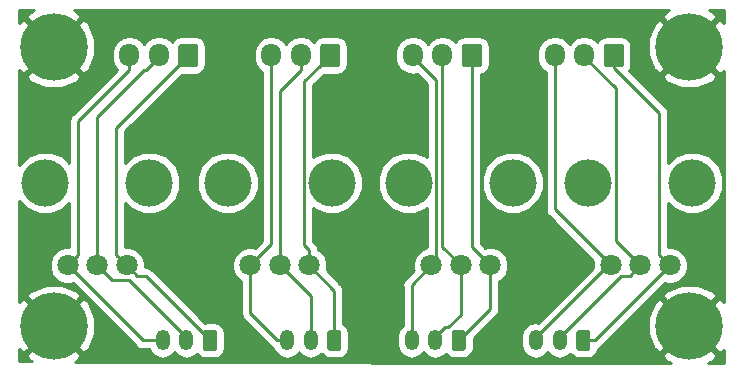
<source format=gbr>
G04 #@! TF.GenerationSoftware,KiCad,Pcbnew,(5.0.1)-rc2*
G04 #@! TF.CreationDate,2019-01-13T21:26:45-05:00*
G04 #@! TF.ProjectId,pot_board,706F745F626F6172642E6B696361645F,rev?*
G04 #@! TF.SameCoordinates,Original*
G04 #@! TF.FileFunction,Copper,L1,Top,Signal*
G04 #@! TF.FilePolarity,Positive*
%FSLAX46Y46*%
G04 Gerber Fmt 4.6, Leading zero omitted, Abs format (unit mm)*
G04 Created by KiCad (PCBNEW (5.0.1)-rc2) date 1/13/2019 9:26:45 PM*
%MOMM*%
%LPD*%
G01*
G04 APERTURE LIST*
G04 #@! TA.AperFunction,ComponentPad*
%ADD10C,5.700000*%
G04 #@! TD*
G04 #@! TA.AperFunction,Conductor*
%ADD11C,0.100000*%
G04 #@! TD*
G04 #@! TA.AperFunction,ComponentPad*
%ADD12C,1.200000*%
G04 #@! TD*
G04 #@! TA.AperFunction,ComponentPad*
%ADD13O,1.200000X1.750000*%
G04 #@! TD*
G04 #@! TA.AperFunction,ComponentPad*
%ADD14C,1.700000*%
G04 #@! TD*
G04 #@! TA.AperFunction,ComponentPad*
%ADD15O,1.700000X1.950000*%
G04 #@! TD*
G04 #@! TA.AperFunction,ComponentPad*
%ADD16C,1.800000*%
G04 #@! TD*
G04 #@! TA.AperFunction,WasherPad*
%ADD17C,4.000000*%
G04 #@! TD*
G04 #@! TA.AperFunction,Conductor*
%ADD18C,0.250000*%
G04 #@! TD*
G04 #@! TA.AperFunction,Conductor*
%ADD19C,0.254000*%
G04 #@! TD*
G04 APERTURE END LIST*
D10*
G04 #@! TO.P,H4,1*
G04 #@! TO.N,GND*
X92430600Y-40665400D03*
G04 #@! TD*
G04 #@! TO.P,H3,1*
G04 #@! TO.N,GND*
X146253200Y-64287400D03*
G04 #@! TD*
G04 #@! TO.P,H2,1*
G04 #@! TO.N,GND*
X92430600Y-64287400D03*
G04 #@! TD*
G04 #@! TO.P,H1,1*
G04 #@! TO.N,GND*
X146253200Y-40665400D03*
G04 #@! TD*
D11*
G04 #@! TO.N,Net-(J1-Pad1)*
G04 #@! TO.C,J1*
G36*
X106038505Y-64658204D02*
X106062773Y-64661804D01*
X106086572Y-64667765D01*
X106109671Y-64676030D01*
X106131850Y-64686520D01*
X106152893Y-64699132D01*
X106172599Y-64713747D01*
X106190777Y-64730223D01*
X106207253Y-64748401D01*
X106221868Y-64768107D01*
X106234480Y-64789150D01*
X106244970Y-64811329D01*
X106253235Y-64834428D01*
X106259196Y-64858227D01*
X106262796Y-64882495D01*
X106264000Y-64906999D01*
X106264000Y-66157001D01*
X106262796Y-66181505D01*
X106259196Y-66205773D01*
X106253235Y-66229572D01*
X106244970Y-66252671D01*
X106234480Y-66274850D01*
X106221868Y-66295893D01*
X106207253Y-66315599D01*
X106190777Y-66333777D01*
X106172599Y-66350253D01*
X106152893Y-66364868D01*
X106131850Y-66377480D01*
X106109671Y-66387970D01*
X106086572Y-66396235D01*
X106062773Y-66402196D01*
X106038505Y-66405796D01*
X106014001Y-66407000D01*
X105313999Y-66407000D01*
X105289495Y-66405796D01*
X105265227Y-66402196D01*
X105241428Y-66396235D01*
X105218329Y-66387970D01*
X105196150Y-66377480D01*
X105175107Y-66364868D01*
X105155401Y-66350253D01*
X105137223Y-66333777D01*
X105120747Y-66315599D01*
X105106132Y-66295893D01*
X105093520Y-66274850D01*
X105083030Y-66252671D01*
X105074765Y-66229572D01*
X105068804Y-66205773D01*
X105065204Y-66181505D01*
X105064000Y-66157001D01*
X105064000Y-64906999D01*
X105065204Y-64882495D01*
X105068804Y-64858227D01*
X105074765Y-64834428D01*
X105083030Y-64811329D01*
X105093520Y-64789150D01*
X105106132Y-64768107D01*
X105120747Y-64748401D01*
X105137223Y-64730223D01*
X105155401Y-64713747D01*
X105175107Y-64699132D01*
X105196150Y-64686520D01*
X105218329Y-64676030D01*
X105241428Y-64667765D01*
X105265227Y-64661804D01*
X105289495Y-64658204D01*
X105313999Y-64657000D01*
X106014001Y-64657000D01*
X106038505Y-64658204D01*
X106038505Y-64658204D01*
G37*
D12*
G04 #@! TD*
G04 #@! TO.P,J1,1*
G04 #@! TO.N,Net-(J1-Pad1)*
X105664000Y-65532000D03*
D13*
G04 #@! TO.P,J1,2*
G04 #@! TO.N,Net-(J1-Pad2)*
X103664000Y-65532000D03*
G04 #@! TO.P,J1,3*
G04 #@! TO.N,Net-(J1-Pad3)*
X101664000Y-65532000D03*
G04 #@! TD*
D11*
G04 #@! TO.N,Net-(J1-Pad1)*
G04 #@! TO.C,J2*
G36*
X104459704Y-40428204D02*
X104483973Y-40431804D01*
X104507771Y-40437765D01*
X104530871Y-40446030D01*
X104553049Y-40456520D01*
X104574093Y-40469133D01*
X104593798Y-40483747D01*
X104611977Y-40500223D01*
X104628453Y-40518402D01*
X104643067Y-40538107D01*
X104655680Y-40559151D01*
X104666170Y-40581329D01*
X104674435Y-40604429D01*
X104680396Y-40628227D01*
X104683996Y-40652496D01*
X104685200Y-40677000D01*
X104685200Y-42127000D01*
X104683996Y-42151504D01*
X104680396Y-42175773D01*
X104674435Y-42199571D01*
X104666170Y-42222671D01*
X104655680Y-42244849D01*
X104643067Y-42265893D01*
X104628453Y-42285598D01*
X104611977Y-42303777D01*
X104593798Y-42320253D01*
X104574093Y-42334867D01*
X104553049Y-42347480D01*
X104530871Y-42357970D01*
X104507771Y-42366235D01*
X104483973Y-42372196D01*
X104459704Y-42375796D01*
X104435200Y-42377000D01*
X103235200Y-42377000D01*
X103210696Y-42375796D01*
X103186427Y-42372196D01*
X103162629Y-42366235D01*
X103139529Y-42357970D01*
X103117351Y-42347480D01*
X103096307Y-42334867D01*
X103076602Y-42320253D01*
X103058423Y-42303777D01*
X103041947Y-42285598D01*
X103027333Y-42265893D01*
X103014720Y-42244849D01*
X103004230Y-42222671D01*
X102995965Y-42199571D01*
X102990004Y-42175773D01*
X102986404Y-42151504D01*
X102985200Y-42127000D01*
X102985200Y-40677000D01*
X102986404Y-40652496D01*
X102990004Y-40628227D01*
X102995965Y-40604429D01*
X103004230Y-40581329D01*
X103014720Y-40559151D01*
X103027333Y-40538107D01*
X103041947Y-40518402D01*
X103058423Y-40500223D01*
X103076602Y-40483747D01*
X103096307Y-40469133D01*
X103117351Y-40456520D01*
X103139529Y-40446030D01*
X103162629Y-40437765D01*
X103186427Y-40431804D01*
X103210696Y-40428204D01*
X103235200Y-40427000D01*
X104435200Y-40427000D01*
X104459704Y-40428204D01*
X104459704Y-40428204D01*
G37*
D14*
G04 #@! TD*
G04 #@! TO.P,J2,1*
G04 #@! TO.N,Net-(J1-Pad1)*
X103835200Y-41402000D03*
D15*
G04 #@! TO.P,J2,2*
G04 #@! TO.N,Net-(J1-Pad2)*
X101335200Y-41402000D03*
G04 #@! TO.P,J2,3*
G04 #@! TO.N,Net-(J1-Pad3)*
X98835200Y-41402000D03*
G04 #@! TD*
D11*
G04 #@! TO.N,Net-(J3-Pad1)*
G04 #@! TO.C,J3*
G36*
X116571038Y-64658204D02*
X116595306Y-64661804D01*
X116619105Y-64667765D01*
X116642204Y-64676030D01*
X116664383Y-64686520D01*
X116685426Y-64699132D01*
X116705132Y-64713747D01*
X116723310Y-64730223D01*
X116739786Y-64748401D01*
X116754401Y-64768107D01*
X116767013Y-64789150D01*
X116777503Y-64811329D01*
X116785768Y-64834428D01*
X116791729Y-64858227D01*
X116795329Y-64882495D01*
X116796533Y-64906999D01*
X116796533Y-66157001D01*
X116795329Y-66181505D01*
X116791729Y-66205773D01*
X116785768Y-66229572D01*
X116777503Y-66252671D01*
X116767013Y-66274850D01*
X116754401Y-66295893D01*
X116739786Y-66315599D01*
X116723310Y-66333777D01*
X116705132Y-66350253D01*
X116685426Y-66364868D01*
X116664383Y-66377480D01*
X116642204Y-66387970D01*
X116619105Y-66396235D01*
X116595306Y-66402196D01*
X116571038Y-66405796D01*
X116546534Y-66407000D01*
X115846532Y-66407000D01*
X115822028Y-66405796D01*
X115797760Y-66402196D01*
X115773961Y-66396235D01*
X115750862Y-66387970D01*
X115728683Y-66377480D01*
X115707640Y-66364868D01*
X115687934Y-66350253D01*
X115669756Y-66333777D01*
X115653280Y-66315599D01*
X115638665Y-66295893D01*
X115626053Y-66274850D01*
X115615563Y-66252671D01*
X115607298Y-66229572D01*
X115601337Y-66205773D01*
X115597737Y-66181505D01*
X115596533Y-66157001D01*
X115596533Y-64906999D01*
X115597737Y-64882495D01*
X115601337Y-64858227D01*
X115607298Y-64834428D01*
X115615563Y-64811329D01*
X115626053Y-64789150D01*
X115638665Y-64768107D01*
X115653280Y-64748401D01*
X115669756Y-64730223D01*
X115687934Y-64713747D01*
X115707640Y-64699132D01*
X115728683Y-64686520D01*
X115750862Y-64676030D01*
X115773961Y-64667765D01*
X115797760Y-64661804D01*
X115822028Y-64658204D01*
X115846532Y-64657000D01*
X116546534Y-64657000D01*
X116571038Y-64658204D01*
X116571038Y-64658204D01*
G37*
D12*
G04 #@! TD*
G04 #@! TO.P,J3,1*
G04 #@! TO.N,Net-(J3-Pad1)*
X116196533Y-65532000D03*
D13*
G04 #@! TO.P,J3,2*
G04 #@! TO.N,Net-(J3-Pad2)*
X114196533Y-65532000D03*
G04 #@! TO.P,J3,3*
G04 #@! TO.N,Net-(J3-Pad3)*
X112196533Y-65532000D03*
G04 #@! TD*
D11*
G04 #@! TO.N,Net-(J3-Pad1)*
G04 #@! TO.C,J4*
G36*
X116465437Y-40428204D02*
X116489706Y-40431804D01*
X116513504Y-40437765D01*
X116536604Y-40446030D01*
X116558782Y-40456520D01*
X116579826Y-40469133D01*
X116599531Y-40483747D01*
X116617710Y-40500223D01*
X116634186Y-40518402D01*
X116648800Y-40538107D01*
X116661413Y-40559151D01*
X116671903Y-40581329D01*
X116680168Y-40604429D01*
X116686129Y-40628227D01*
X116689729Y-40652496D01*
X116690933Y-40677000D01*
X116690933Y-42127000D01*
X116689729Y-42151504D01*
X116686129Y-42175773D01*
X116680168Y-42199571D01*
X116671903Y-42222671D01*
X116661413Y-42244849D01*
X116648800Y-42265893D01*
X116634186Y-42285598D01*
X116617710Y-42303777D01*
X116599531Y-42320253D01*
X116579826Y-42334867D01*
X116558782Y-42347480D01*
X116536604Y-42357970D01*
X116513504Y-42366235D01*
X116489706Y-42372196D01*
X116465437Y-42375796D01*
X116440933Y-42377000D01*
X115240933Y-42377000D01*
X115216429Y-42375796D01*
X115192160Y-42372196D01*
X115168362Y-42366235D01*
X115145262Y-42357970D01*
X115123084Y-42347480D01*
X115102040Y-42334867D01*
X115082335Y-42320253D01*
X115064156Y-42303777D01*
X115047680Y-42285598D01*
X115033066Y-42265893D01*
X115020453Y-42244849D01*
X115009963Y-42222671D01*
X115001698Y-42199571D01*
X114995737Y-42175773D01*
X114992137Y-42151504D01*
X114990933Y-42127000D01*
X114990933Y-40677000D01*
X114992137Y-40652496D01*
X114995737Y-40628227D01*
X115001698Y-40604429D01*
X115009963Y-40581329D01*
X115020453Y-40559151D01*
X115033066Y-40538107D01*
X115047680Y-40518402D01*
X115064156Y-40500223D01*
X115082335Y-40483747D01*
X115102040Y-40469133D01*
X115123084Y-40456520D01*
X115145262Y-40446030D01*
X115168362Y-40437765D01*
X115192160Y-40431804D01*
X115216429Y-40428204D01*
X115240933Y-40427000D01*
X116440933Y-40427000D01*
X116465437Y-40428204D01*
X116465437Y-40428204D01*
G37*
D14*
G04 #@! TD*
G04 #@! TO.P,J4,1*
G04 #@! TO.N,Net-(J3-Pad1)*
X115840933Y-41402000D03*
D15*
G04 #@! TO.P,J4,2*
G04 #@! TO.N,Net-(J3-Pad2)*
X113340933Y-41402000D03*
G04 #@! TO.P,J4,3*
G04 #@! TO.N,Net-(J3-Pad3)*
X110840933Y-41402000D03*
G04 #@! TD*
D13*
G04 #@! TO.P,J5,3*
G04 #@! TO.N,Net-(J5-Pad3)*
X122729066Y-65532000D03*
G04 #@! TO.P,J5,2*
G04 #@! TO.N,Net-(J5-Pad2)*
X124729066Y-65532000D03*
D11*
G04 #@! TD*
G04 #@! TO.N,Net-(J5-Pad1)*
G04 #@! TO.C,J5*
G36*
X127103571Y-64658204D02*
X127127839Y-64661804D01*
X127151638Y-64667765D01*
X127174737Y-64676030D01*
X127196916Y-64686520D01*
X127217959Y-64699132D01*
X127237665Y-64713747D01*
X127255843Y-64730223D01*
X127272319Y-64748401D01*
X127286934Y-64768107D01*
X127299546Y-64789150D01*
X127310036Y-64811329D01*
X127318301Y-64834428D01*
X127324262Y-64858227D01*
X127327862Y-64882495D01*
X127329066Y-64906999D01*
X127329066Y-66157001D01*
X127327862Y-66181505D01*
X127324262Y-66205773D01*
X127318301Y-66229572D01*
X127310036Y-66252671D01*
X127299546Y-66274850D01*
X127286934Y-66295893D01*
X127272319Y-66315599D01*
X127255843Y-66333777D01*
X127237665Y-66350253D01*
X127217959Y-66364868D01*
X127196916Y-66377480D01*
X127174737Y-66387970D01*
X127151638Y-66396235D01*
X127127839Y-66402196D01*
X127103571Y-66405796D01*
X127079067Y-66407000D01*
X126379065Y-66407000D01*
X126354561Y-66405796D01*
X126330293Y-66402196D01*
X126306494Y-66396235D01*
X126283395Y-66387970D01*
X126261216Y-66377480D01*
X126240173Y-66364868D01*
X126220467Y-66350253D01*
X126202289Y-66333777D01*
X126185813Y-66315599D01*
X126171198Y-66295893D01*
X126158586Y-66274850D01*
X126148096Y-66252671D01*
X126139831Y-66229572D01*
X126133870Y-66205773D01*
X126130270Y-66181505D01*
X126129066Y-66157001D01*
X126129066Y-64906999D01*
X126130270Y-64882495D01*
X126133870Y-64858227D01*
X126139831Y-64834428D01*
X126148096Y-64811329D01*
X126158586Y-64789150D01*
X126171198Y-64768107D01*
X126185813Y-64748401D01*
X126202289Y-64730223D01*
X126220467Y-64713747D01*
X126240173Y-64699132D01*
X126261216Y-64686520D01*
X126283395Y-64676030D01*
X126306494Y-64667765D01*
X126330293Y-64661804D01*
X126354561Y-64658204D01*
X126379065Y-64657000D01*
X127079067Y-64657000D01*
X127103571Y-64658204D01*
X127103571Y-64658204D01*
G37*
D12*
G04 #@! TO.P,J5,1*
G04 #@! TO.N,Net-(J5-Pad1)*
X126729066Y-65532000D03*
G04 #@! TD*
D15*
G04 #@! TO.P,J6,3*
G04 #@! TO.N,Net-(J5-Pad3)*
X122846666Y-41402000D03*
G04 #@! TO.P,J6,2*
G04 #@! TO.N,Net-(J5-Pad2)*
X125346666Y-41402000D03*
D11*
G04 #@! TD*
G04 #@! TO.N,Net-(J5-Pad1)*
G04 #@! TO.C,J6*
G36*
X128471170Y-40428204D02*
X128495439Y-40431804D01*
X128519237Y-40437765D01*
X128542337Y-40446030D01*
X128564515Y-40456520D01*
X128585559Y-40469133D01*
X128605264Y-40483747D01*
X128623443Y-40500223D01*
X128639919Y-40518402D01*
X128654533Y-40538107D01*
X128667146Y-40559151D01*
X128677636Y-40581329D01*
X128685901Y-40604429D01*
X128691862Y-40628227D01*
X128695462Y-40652496D01*
X128696666Y-40677000D01*
X128696666Y-42127000D01*
X128695462Y-42151504D01*
X128691862Y-42175773D01*
X128685901Y-42199571D01*
X128677636Y-42222671D01*
X128667146Y-42244849D01*
X128654533Y-42265893D01*
X128639919Y-42285598D01*
X128623443Y-42303777D01*
X128605264Y-42320253D01*
X128585559Y-42334867D01*
X128564515Y-42347480D01*
X128542337Y-42357970D01*
X128519237Y-42366235D01*
X128495439Y-42372196D01*
X128471170Y-42375796D01*
X128446666Y-42377000D01*
X127246666Y-42377000D01*
X127222162Y-42375796D01*
X127197893Y-42372196D01*
X127174095Y-42366235D01*
X127150995Y-42357970D01*
X127128817Y-42347480D01*
X127107773Y-42334867D01*
X127088068Y-42320253D01*
X127069889Y-42303777D01*
X127053413Y-42285598D01*
X127038799Y-42265893D01*
X127026186Y-42244849D01*
X127015696Y-42222671D01*
X127007431Y-42199571D01*
X127001470Y-42175773D01*
X126997870Y-42151504D01*
X126996666Y-42127000D01*
X126996666Y-40677000D01*
X126997870Y-40652496D01*
X127001470Y-40628227D01*
X127007431Y-40604429D01*
X127015696Y-40581329D01*
X127026186Y-40559151D01*
X127038799Y-40538107D01*
X127053413Y-40518402D01*
X127069889Y-40500223D01*
X127088068Y-40483747D01*
X127107773Y-40469133D01*
X127128817Y-40456520D01*
X127150995Y-40446030D01*
X127174095Y-40437765D01*
X127197893Y-40431804D01*
X127222162Y-40428204D01*
X127246666Y-40427000D01*
X128446666Y-40427000D01*
X128471170Y-40428204D01*
X128471170Y-40428204D01*
G37*
D14*
G04 #@! TO.P,J6,1*
G04 #@! TO.N,Net-(J5-Pad1)*
X127846666Y-41402000D03*
G04 #@! TD*
D13*
G04 #@! TO.P,J7,3*
G04 #@! TO.N,Net-(J7-Pad3)*
X133261600Y-65532000D03*
G04 #@! TO.P,J7,2*
G04 #@! TO.N,Net-(J7-Pad2)*
X135261600Y-65532000D03*
D11*
G04 #@! TD*
G04 #@! TO.N,Net-(J7-Pad1)*
G04 #@! TO.C,J7*
G36*
X137636105Y-64658204D02*
X137660373Y-64661804D01*
X137684172Y-64667765D01*
X137707271Y-64676030D01*
X137729450Y-64686520D01*
X137750493Y-64699132D01*
X137770199Y-64713747D01*
X137788377Y-64730223D01*
X137804853Y-64748401D01*
X137819468Y-64768107D01*
X137832080Y-64789150D01*
X137842570Y-64811329D01*
X137850835Y-64834428D01*
X137856796Y-64858227D01*
X137860396Y-64882495D01*
X137861600Y-64906999D01*
X137861600Y-66157001D01*
X137860396Y-66181505D01*
X137856796Y-66205773D01*
X137850835Y-66229572D01*
X137842570Y-66252671D01*
X137832080Y-66274850D01*
X137819468Y-66295893D01*
X137804853Y-66315599D01*
X137788377Y-66333777D01*
X137770199Y-66350253D01*
X137750493Y-66364868D01*
X137729450Y-66377480D01*
X137707271Y-66387970D01*
X137684172Y-66396235D01*
X137660373Y-66402196D01*
X137636105Y-66405796D01*
X137611601Y-66407000D01*
X136911599Y-66407000D01*
X136887095Y-66405796D01*
X136862827Y-66402196D01*
X136839028Y-66396235D01*
X136815929Y-66387970D01*
X136793750Y-66377480D01*
X136772707Y-66364868D01*
X136753001Y-66350253D01*
X136734823Y-66333777D01*
X136718347Y-66315599D01*
X136703732Y-66295893D01*
X136691120Y-66274850D01*
X136680630Y-66252671D01*
X136672365Y-66229572D01*
X136666404Y-66205773D01*
X136662804Y-66181505D01*
X136661600Y-66157001D01*
X136661600Y-64906999D01*
X136662804Y-64882495D01*
X136666404Y-64858227D01*
X136672365Y-64834428D01*
X136680630Y-64811329D01*
X136691120Y-64789150D01*
X136703732Y-64768107D01*
X136718347Y-64748401D01*
X136734823Y-64730223D01*
X136753001Y-64713747D01*
X136772707Y-64699132D01*
X136793750Y-64686520D01*
X136815929Y-64676030D01*
X136839028Y-64667765D01*
X136862827Y-64661804D01*
X136887095Y-64658204D01*
X136911599Y-64657000D01*
X137611601Y-64657000D01*
X137636105Y-64658204D01*
X137636105Y-64658204D01*
G37*
D12*
G04 #@! TO.P,J7,1*
G04 #@! TO.N,Net-(J7-Pad1)*
X137261600Y-65532000D03*
G04 #@! TD*
D15*
G04 #@! TO.P,J8,3*
G04 #@! TO.N,Net-(J7-Pad3)*
X134852400Y-41402000D03*
G04 #@! TO.P,J8,2*
G04 #@! TO.N,Net-(J7-Pad2)*
X137352400Y-41402000D03*
D11*
G04 #@! TD*
G04 #@! TO.N,Net-(J7-Pad1)*
G04 #@! TO.C,J8*
G36*
X140476904Y-40428204D02*
X140501173Y-40431804D01*
X140524971Y-40437765D01*
X140548071Y-40446030D01*
X140570249Y-40456520D01*
X140591293Y-40469133D01*
X140610998Y-40483747D01*
X140629177Y-40500223D01*
X140645653Y-40518402D01*
X140660267Y-40538107D01*
X140672880Y-40559151D01*
X140683370Y-40581329D01*
X140691635Y-40604429D01*
X140697596Y-40628227D01*
X140701196Y-40652496D01*
X140702400Y-40677000D01*
X140702400Y-42127000D01*
X140701196Y-42151504D01*
X140697596Y-42175773D01*
X140691635Y-42199571D01*
X140683370Y-42222671D01*
X140672880Y-42244849D01*
X140660267Y-42265893D01*
X140645653Y-42285598D01*
X140629177Y-42303777D01*
X140610998Y-42320253D01*
X140591293Y-42334867D01*
X140570249Y-42347480D01*
X140548071Y-42357970D01*
X140524971Y-42366235D01*
X140501173Y-42372196D01*
X140476904Y-42375796D01*
X140452400Y-42377000D01*
X139252400Y-42377000D01*
X139227896Y-42375796D01*
X139203627Y-42372196D01*
X139179829Y-42366235D01*
X139156729Y-42357970D01*
X139134551Y-42347480D01*
X139113507Y-42334867D01*
X139093802Y-42320253D01*
X139075623Y-42303777D01*
X139059147Y-42285598D01*
X139044533Y-42265893D01*
X139031920Y-42244849D01*
X139021430Y-42222671D01*
X139013165Y-42199571D01*
X139007204Y-42175773D01*
X139003604Y-42151504D01*
X139002400Y-42127000D01*
X139002400Y-40677000D01*
X139003604Y-40652496D01*
X139007204Y-40628227D01*
X139013165Y-40604429D01*
X139021430Y-40581329D01*
X139031920Y-40559151D01*
X139044533Y-40538107D01*
X139059147Y-40518402D01*
X139075623Y-40500223D01*
X139093802Y-40483747D01*
X139113507Y-40469133D01*
X139134551Y-40456520D01*
X139156729Y-40446030D01*
X139179829Y-40437765D01*
X139203627Y-40431804D01*
X139227896Y-40428204D01*
X139252400Y-40427000D01*
X140452400Y-40427000D01*
X140476904Y-40428204D01*
X140476904Y-40428204D01*
G37*
D14*
G04 #@! TO.P,J8,1*
G04 #@! TO.N,Net-(J7-Pad1)*
X139852400Y-41402000D03*
G04 #@! TD*
D16*
G04 #@! TO.P,RV1,3*
G04 #@! TO.N,Net-(J1-Pad3)*
X93615500Y-59182000D03*
G04 #@! TO.P,RV1,2*
G04 #@! TO.N,Net-(J1-Pad2)*
X96115500Y-59182000D03*
G04 #@! TO.P,RV1,1*
G04 #@! TO.N,Net-(J1-Pad1)*
X98615500Y-59182000D03*
D17*
G04 #@! TO.P,RV1,*
G04 #@! TO.N,*
X91715500Y-52182000D03*
X100515500Y-52182000D03*
G04 #@! TD*
D16*
G04 #@! TO.P,RV2,3*
G04 #@! TO.N,Net-(J3-Pad3)*
X109067166Y-59182000D03*
G04 #@! TO.P,RV2,2*
G04 #@! TO.N,Net-(J3-Pad2)*
X111567166Y-59182000D03*
G04 #@! TO.P,RV2,1*
G04 #@! TO.N,Net-(J3-Pad1)*
X114067166Y-59182000D03*
D17*
G04 #@! TO.P,RV2,*
G04 #@! TO.N,*
X107167166Y-52182000D03*
X115967166Y-52182000D03*
G04 #@! TD*
G04 #@! TO.P,RV3,*
G04 #@! TO.N,*
X131291832Y-52182000D03*
X122491832Y-52182000D03*
D16*
G04 #@! TO.P,RV3,1*
G04 #@! TO.N,Net-(J5-Pad1)*
X129391832Y-59182000D03*
G04 #@! TO.P,RV3,2*
G04 #@! TO.N,Net-(J5-Pad2)*
X126891832Y-59182000D03*
G04 #@! TO.P,RV3,3*
G04 #@! TO.N,Net-(J5-Pad3)*
X124391832Y-59182000D03*
G04 #@! TD*
D17*
G04 #@! TO.P,RV4,*
G04 #@! TO.N,*
X146489500Y-52182000D03*
X137689500Y-52182000D03*
D16*
G04 #@! TO.P,RV4,1*
G04 #@! TO.N,Net-(J7-Pad1)*
X144589500Y-59182000D03*
G04 #@! TO.P,RV4,2*
G04 #@! TO.N,Net-(J7-Pad2)*
X142089500Y-59182000D03*
G04 #@! TO.P,RV4,3*
G04 #@! TO.N,Net-(J7-Pad3)*
X139589500Y-59182000D03*
G04 #@! TD*
D18*
G04 #@! TO.N,Net-(J1-Pad1)*
X104993290Y-64861290D02*
X105664000Y-65532000D01*
X100213999Y-60081999D02*
X104993290Y-64861290D01*
X99515499Y-60081999D02*
X100213999Y-60081999D01*
X98615500Y-59182000D02*
X99515499Y-60081999D01*
X102936828Y-42300372D02*
X103835200Y-41402000D01*
X97715501Y-47521699D02*
X102936828Y-42300372D01*
X97715501Y-58282001D02*
X97715501Y-47521699D01*
X98615500Y-59182000D02*
X97715501Y-58282001D01*
G04 #@! TO.N,Net-(J1-Pad2)*
X101335200Y-41527000D02*
X101335200Y-41402000D01*
X100235200Y-42627000D02*
X101335200Y-41527000D01*
X100110200Y-42627000D02*
X100235200Y-42627000D01*
X96115500Y-46621700D02*
X100110200Y-42627000D01*
X96115500Y-59182000D02*
X96115500Y-46621700D01*
X97015499Y-60081999D02*
X96115500Y-59182000D01*
X97340501Y-60407001D02*
X97015499Y-60081999D01*
X98814001Y-60407001D02*
X97340501Y-60407001D01*
X103664000Y-65257000D02*
X98814001Y-60407001D01*
X103664000Y-65532000D02*
X103664000Y-65257000D01*
G04 #@! TO.N,Net-(J1-Pad3)*
X98835200Y-42627000D02*
X98835200Y-41402000D01*
X94515499Y-46946701D02*
X98835200Y-42627000D01*
X94515499Y-58282001D02*
X94515499Y-46946701D01*
X93615500Y-59182000D02*
X94515499Y-58282001D01*
X99965500Y-65532000D02*
X101664000Y-65532000D01*
X93615500Y-59182000D02*
X99965500Y-65532000D01*
G04 #@! TO.N,Net-(J3-Pad1)*
X114942561Y-42300372D02*
X115840933Y-41402000D01*
X113642165Y-43600768D02*
X114942561Y-42300372D01*
X113642165Y-57484207D02*
X113642165Y-43600768D01*
X114067166Y-57909208D02*
X113642165Y-57484207D01*
X114067166Y-59182000D02*
X114067166Y-57909208D01*
X116196533Y-61311367D02*
X116196533Y-65532000D01*
X114067166Y-59182000D02*
X116196533Y-61311367D01*
G04 #@! TO.N,Net-(J3-Pad2)*
X111567166Y-57909208D02*
X111567166Y-59182000D01*
X111567166Y-44400767D02*
X111567166Y-57909208D01*
X113340933Y-42627000D02*
X111567166Y-44400767D01*
X113340933Y-41402000D02*
X113340933Y-42627000D01*
X114196533Y-61811367D02*
X111567166Y-59182000D01*
X114196533Y-65532000D02*
X114196533Y-61811367D01*
G04 #@! TO.N,Net-(J3-Pad3)*
X110840933Y-57408233D02*
X110840933Y-41402000D01*
X109067166Y-59182000D02*
X110840933Y-57408233D01*
X111346533Y-65532000D02*
X112196533Y-65532000D01*
X109067166Y-63252633D02*
X111346533Y-65532000D01*
X109067166Y-59182000D02*
X109067166Y-63252633D01*
G04 #@! TO.N,Net-(J5-Pad3)*
X122846666Y-41527000D02*
X122846666Y-41402000D01*
X124816833Y-43497167D02*
X122846666Y-41527000D01*
X124816833Y-58756999D02*
X124816833Y-43497167D01*
X124391832Y-59182000D02*
X124816833Y-58756999D01*
X122729066Y-60844766D02*
X124391832Y-59182000D01*
X122729066Y-65532000D02*
X122729066Y-60844766D01*
G04 #@! TO.N,Net-(J5-Pad2)*
X125346666Y-57636834D02*
X126891832Y-59182000D01*
X125346666Y-41402000D02*
X125346666Y-57636834D01*
X124729066Y-65257000D02*
X124729066Y-65532000D01*
X125579066Y-64407000D02*
X124729066Y-65257000D01*
X125854066Y-64407000D02*
X125579066Y-64407000D01*
X126891832Y-63369234D02*
X125854066Y-64407000D01*
X126891832Y-59182000D02*
X126891832Y-63369234D01*
G04 #@! TO.N,Net-(J5-Pad1)*
X127846666Y-57636834D02*
X127846666Y-41402000D01*
X129391832Y-59182000D02*
X127846666Y-57636834D01*
X129391832Y-62869234D02*
X129391832Y-59182000D01*
X126729066Y-65532000D02*
X129391832Y-62869234D01*
G04 #@! TO.N,Net-(J7-Pad3)*
X134852400Y-54444900D02*
X139589500Y-59182000D01*
X134852400Y-41402000D02*
X134852400Y-54444900D01*
X139336600Y-59182000D02*
X139589500Y-59182000D01*
X133261600Y-65257000D02*
X139336600Y-59182000D01*
X133261600Y-65532000D02*
X133261600Y-65257000D01*
G04 #@! TO.N,Net-(J7-Pad2)*
X137352400Y-41527000D02*
X137352400Y-41402000D01*
X140014501Y-44189101D02*
X137352400Y-41527000D01*
X140014501Y-57107001D02*
X140014501Y-44189101D01*
X142089500Y-59182000D02*
X140014501Y-57107001D01*
X141189501Y-60081999D02*
X142089500Y-59182000D01*
X140436601Y-60081999D02*
X141189501Y-60081999D01*
X135261600Y-65257000D02*
X140436601Y-60081999D01*
X135261600Y-65532000D02*
X135261600Y-65257000D01*
G04 #@! TO.N,Net-(J7-Pad1)*
X143689501Y-58282001D02*
X144589500Y-59182000D01*
X143689501Y-46314101D02*
X143689501Y-58282001D01*
X139852400Y-42477000D02*
X143689501Y-46314101D01*
X139852400Y-41402000D02*
X139852400Y-42477000D01*
X138239500Y-65532000D02*
X144589500Y-59182000D01*
X137261600Y-65532000D02*
X138239500Y-65532000D01*
G04 #@! TD*
D19*
G04 #@! TO.N,GND*
G36*
X90466920Y-37704028D02*
X90446117Y-37717928D01*
X90121792Y-38176987D01*
X92430600Y-40485795D01*
X94739408Y-38176987D01*
X94415083Y-37717928D01*
X94110243Y-37590400D01*
X144566597Y-37590400D01*
X144289520Y-37704028D01*
X144268717Y-37717928D01*
X143944392Y-38176987D01*
X146253200Y-40485795D01*
X148562008Y-38176987D01*
X148237683Y-37717928D01*
X147932843Y-37590400D01*
X149150400Y-37590400D01*
X149150400Y-38645400D01*
X148741613Y-38356592D01*
X146432805Y-40665400D01*
X148741613Y-42974208D01*
X149150400Y-42685400D01*
X149150401Y-62267400D01*
X148741613Y-61978592D01*
X146432805Y-64287400D01*
X148741613Y-66596208D01*
X149150401Y-66307399D01*
X149150401Y-67411006D01*
X147826701Y-67408783D01*
X148216880Y-67248772D01*
X148237683Y-67234872D01*
X148562008Y-66775813D01*
X146253200Y-64467005D01*
X143944392Y-66775813D01*
X144268717Y-67234872D01*
X144671764Y-67403485D01*
X94223596Y-67318769D01*
X94394280Y-67248772D01*
X94415083Y-67234872D01*
X94739408Y-66775813D01*
X92430600Y-64467005D01*
X90121792Y-66775813D01*
X90446117Y-67234872D01*
X90632246Y-67312738D01*
X89508000Y-67310850D01*
X89508000Y-66289455D01*
X89942187Y-66596208D01*
X92250995Y-64287400D01*
X92610205Y-64287400D01*
X94919013Y-66596208D01*
X95378072Y-66271883D01*
X95913138Y-64992875D01*
X95918019Y-63606464D01*
X95391972Y-62323720D01*
X95378072Y-62302917D01*
X94919013Y-61978592D01*
X92610205Y-64287400D01*
X92250995Y-64287400D01*
X89942187Y-61978592D01*
X89508000Y-62285345D01*
X89508000Y-61798987D01*
X90121792Y-61798987D01*
X92430600Y-64107795D01*
X94739408Y-61798987D01*
X94415083Y-61339928D01*
X93136075Y-60804862D01*
X91749664Y-60799981D01*
X90466920Y-61326028D01*
X90446117Y-61339928D01*
X90121792Y-61798987D01*
X89508000Y-61798987D01*
X89508000Y-53700953D01*
X90222892Y-54415845D01*
X91191366Y-54817000D01*
X92239634Y-54817000D01*
X93208108Y-54415845D01*
X93755499Y-53868454D01*
X93755499Y-57647000D01*
X93310170Y-57647000D01*
X92745993Y-57880690D01*
X92314190Y-58312493D01*
X92080500Y-58876670D01*
X92080500Y-59487330D01*
X92314190Y-60051507D01*
X92745993Y-60483310D01*
X93310170Y-60717000D01*
X93920830Y-60717000D01*
X94030339Y-60671640D01*
X99375171Y-66016473D01*
X99417571Y-66079929D01*
X99668963Y-66247904D01*
X99890648Y-66292000D01*
X99890652Y-66292000D01*
X99965499Y-66306888D01*
X100040346Y-66292000D01*
X100502746Y-66292000D01*
X100773615Y-66697385D01*
X101182127Y-66970344D01*
X101664000Y-67066195D01*
X102145872Y-66970344D01*
X102554385Y-66697385D01*
X102664000Y-66533334D01*
X102773615Y-66697385D01*
X103182127Y-66970344D01*
X103664000Y-67066195D01*
X104145872Y-66970344D01*
X104554385Y-66697385D01*
X104585428Y-66650926D01*
X104679414Y-66791586D01*
X104970564Y-66986127D01*
X105313999Y-67054440D01*
X106014001Y-67054440D01*
X106357436Y-66986127D01*
X106648586Y-66791586D01*
X106843127Y-66500436D01*
X106911440Y-66157001D01*
X106911440Y-64906999D01*
X106843127Y-64563564D01*
X106648586Y-64272414D01*
X106357436Y-64077873D01*
X106014001Y-64009560D01*
X105313999Y-64009560D01*
X105232561Y-64025759D01*
X100804330Y-59597529D01*
X100761928Y-59534070D01*
X100510536Y-59366095D01*
X100288851Y-59321999D01*
X100288846Y-59321999D01*
X100213999Y-59307111D01*
X100150500Y-59319742D01*
X100150500Y-58876670D01*
X107532166Y-58876670D01*
X107532166Y-59487330D01*
X107765856Y-60051507D01*
X108197659Y-60483310D01*
X108307166Y-60528669D01*
X108307167Y-63177781D01*
X108292278Y-63252633D01*
X108351263Y-63549170D01*
X108414709Y-63644123D01*
X108519238Y-63800562D01*
X108582694Y-63842962D01*
X110756204Y-66016473D01*
X110798604Y-66079929D01*
X110862060Y-66122329D01*
X111021215Y-66228673D01*
X111033189Y-66288872D01*
X111306148Y-66697385D01*
X111714660Y-66970344D01*
X112196533Y-67066195D01*
X112678405Y-66970344D01*
X113086918Y-66697385D01*
X113196533Y-66533334D01*
X113306148Y-66697385D01*
X113714660Y-66970344D01*
X114196533Y-67066195D01*
X114678405Y-66970344D01*
X115086918Y-66697385D01*
X115117961Y-66650926D01*
X115211947Y-66791586D01*
X115503097Y-66986127D01*
X115846532Y-67054440D01*
X116546534Y-67054440D01*
X116889969Y-66986127D01*
X117181119Y-66791586D01*
X117375660Y-66500436D01*
X117443973Y-66157001D01*
X117443973Y-64906999D01*
X117375660Y-64563564D01*
X117181119Y-64272414D01*
X116956533Y-64122350D01*
X116956533Y-61386215D01*
X116971421Y-61311367D01*
X116956533Y-61236519D01*
X116956533Y-61236515D01*
X116912437Y-61014830D01*
X116912437Y-61014829D01*
X116786862Y-60826894D01*
X116744462Y-60763438D01*
X116681006Y-60721038D01*
X115556806Y-59596839D01*
X115602166Y-59487330D01*
X115602166Y-58876670D01*
X115368476Y-58312493D01*
X114936673Y-57880690D01*
X114827376Y-57835418D01*
X114827166Y-57834360D01*
X114827166Y-57834356D01*
X114783070Y-57612671D01*
X114615095Y-57361279D01*
X114551636Y-57318877D01*
X114402165Y-57169406D01*
X114402165Y-54343452D01*
X114474558Y-54415845D01*
X115443032Y-54817000D01*
X116491300Y-54817000D01*
X117459774Y-54415845D01*
X118201011Y-53674608D01*
X118602166Y-52706134D01*
X118602166Y-51657866D01*
X119856832Y-51657866D01*
X119856832Y-52706134D01*
X120257987Y-53674608D01*
X120999224Y-54415845D01*
X121967698Y-54817000D01*
X123015966Y-54817000D01*
X123984440Y-54415845D01*
X124056833Y-54343452D01*
X124056833Y-57659289D01*
X123522325Y-57880690D01*
X123090522Y-58312493D01*
X122856832Y-58876670D01*
X122856832Y-59487330D01*
X122902192Y-59596839D01*
X122244594Y-60254437D01*
X122181138Y-60296837D01*
X122138738Y-60360293D01*
X122138737Y-60360294D01*
X122013163Y-60548229D01*
X121954178Y-60844766D01*
X121969067Y-60919618D01*
X121969066Y-64279495D01*
X121838682Y-64366615D01*
X121565722Y-64775127D01*
X121494066Y-65135364D01*
X121494066Y-65928635D01*
X121565722Y-66288872D01*
X121838681Y-66697385D01*
X122247193Y-66970344D01*
X122729066Y-67066195D01*
X123210938Y-66970344D01*
X123619451Y-66697385D01*
X123729066Y-66533334D01*
X123838681Y-66697385D01*
X124247193Y-66970344D01*
X124729066Y-67066195D01*
X125210938Y-66970344D01*
X125619451Y-66697385D01*
X125650494Y-66650926D01*
X125744480Y-66791586D01*
X126035630Y-66986127D01*
X126379065Y-67054440D01*
X127079067Y-67054440D01*
X127422502Y-66986127D01*
X127713652Y-66791586D01*
X127908193Y-66500436D01*
X127976506Y-66157001D01*
X127976506Y-65359361D01*
X128200503Y-65135364D01*
X132026600Y-65135364D01*
X132026600Y-65928635D01*
X132098256Y-66288872D01*
X132371215Y-66697385D01*
X132779727Y-66970344D01*
X133261600Y-67066195D01*
X133743472Y-66970344D01*
X134151985Y-66697385D01*
X134261600Y-66533334D01*
X134371215Y-66697385D01*
X134779727Y-66970344D01*
X135261600Y-67066195D01*
X135743472Y-66970344D01*
X136151985Y-66697385D01*
X136183028Y-66650926D01*
X136277014Y-66791586D01*
X136568164Y-66986127D01*
X136911599Y-67054440D01*
X137611601Y-67054440D01*
X137955036Y-66986127D01*
X138246186Y-66791586D01*
X138440727Y-66500436D01*
X138489101Y-66257240D01*
X138536037Y-66247904D01*
X138787429Y-66079929D01*
X138829831Y-66016470D01*
X139877965Y-64968336D01*
X142765781Y-64968336D01*
X143291828Y-66251080D01*
X143305728Y-66271883D01*
X143764787Y-66596208D01*
X146073595Y-64287400D01*
X143764787Y-61978592D01*
X143305728Y-62302917D01*
X142770662Y-63581925D01*
X142765781Y-64968336D01*
X139877965Y-64968336D01*
X143047314Y-61798987D01*
X143944392Y-61798987D01*
X146253200Y-64107795D01*
X148562008Y-61798987D01*
X148237683Y-61339928D01*
X146958675Y-60804862D01*
X145572264Y-60799981D01*
X144289520Y-61326028D01*
X144268717Y-61339928D01*
X143944392Y-61798987D01*
X143047314Y-61798987D01*
X144174662Y-60671640D01*
X144284170Y-60717000D01*
X144894830Y-60717000D01*
X145459007Y-60483310D01*
X145890810Y-60051507D01*
X146124500Y-59487330D01*
X146124500Y-58876670D01*
X145890810Y-58312493D01*
X145459007Y-57880690D01*
X144894830Y-57647000D01*
X144449501Y-57647000D01*
X144449501Y-53868454D01*
X144996892Y-54415845D01*
X145965366Y-54817000D01*
X147013634Y-54817000D01*
X147982108Y-54415845D01*
X148723345Y-53674608D01*
X149124500Y-52706134D01*
X149124500Y-51657866D01*
X148723345Y-50689392D01*
X147982108Y-49948155D01*
X147013634Y-49547000D01*
X145965366Y-49547000D01*
X144996892Y-49948155D01*
X144449501Y-50495546D01*
X144449501Y-46388947D01*
X144464389Y-46314100D01*
X144449501Y-46239253D01*
X144449501Y-46239249D01*
X144405405Y-46017564D01*
X144237430Y-45766172D01*
X144173974Y-45723772D01*
X141604015Y-43153813D01*
X143944392Y-43153813D01*
X144268717Y-43612872D01*
X145547725Y-44147938D01*
X146934136Y-44152819D01*
X148216880Y-43626772D01*
X148237683Y-43612872D01*
X148562008Y-43153813D01*
X146253200Y-40845005D01*
X143944392Y-43153813D01*
X141604015Y-43153813D01*
X141136974Y-42686773D01*
X141281526Y-42470435D01*
X141349840Y-42127000D01*
X141349840Y-41346336D01*
X142765781Y-41346336D01*
X143291828Y-42629080D01*
X143305728Y-42649883D01*
X143764787Y-42974208D01*
X146073595Y-40665400D01*
X143764787Y-38356592D01*
X143305728Y-38680917D01*
X142770662Y-39959925D01*
X142765781Y-41346336D01*
X141349840Y-41346336D01*
X141349840Y-40677000D01*
X141281526Y-40333565D01*
X141086986Y-40042414D01*
X140795835Y-39847874D01*
X140452400Y-39779560D01*
X139252400Y-39779560D01*
X138908965Y-39847874D01*
X138617814Y-40042414D01*
X138465642Y-40270156D01*
X138423025Y-40206375D01*
X137931818Y-39878161D01*
X137352400Y-39762908D01*
X136772983Y-39878161D01*
X136281775Y-40206375D01*
X136102400Y-40474829D01*
X135923025Y-40206375D01*
X135431818Y-39878161D01*
X134852400Y-39762908D01*
X134272983Y-39878161D01*
X133781775Y-40206375D01*
X133453561Y-40697582D01*
X133367400Y-41130744D01*
X133367400Y-41673255D01*
X133453561Y-42106417D01*
X133781775Y-42597625D01*
X134092400Y-42805178D01*
X134092401Y-54370048D01*
X134077512Y-54444900D01*
X134092401Y-54519752D01*
X134136497Y-54741437D01*
X134304472Y-54992829D01*
X134367928Y-55035229D01*
X138099860Y-58767162D01*
X138054500Y-58876670D01*
X138054500Y-59389297D01*
X133415401Y-64028398D01*
X133261600Y-63997805D01*
X132779728Y-64093656D01*
X132371216Y-64366615D01*
X132098256Y-64775127D01*
X132026600Y-65135364D01*
X128200503Y-65135364D01*
X129876305Y-63459563D01*
X129939761Y-63417163D01*
X130049697Y-63252633D01*
X130107736Y-63165772D01*
X130117312Y-63117629D01*
X130151832Y-62944086D01*
X130151832Y-62944082D01*
X130166720Y-62869234D01*
X130151832Y-62794386D01*
X130151832Y-60528669D01*
X130261339Y-60483310D01*
X130693142Y-60051507D01*
X130926832Y-59487330D01*
X130926832Y-58876670D01*
X130693142Y-58312493D01*
X130261339Y-57880690D01*
X129697162Y-57647000D01*
X129086502Y-57647000D01*
X128976993Y-57692360D01*
X128606666Y-57322033D01*
X128606666Y-51657866D01*
X128656832Y-51657866D01*
X128656832Y-52706134D01*
X129057987Y-53674608D01*
X129799224Y-54415845D01*
X130767698Y-54817000D01*
X131815966Y-54817000D01*
X132784440Y-54415845D01*
X133525677Y-53674608D01*
X133926832Y-52706134D01*
X133926832Y-51657866D01*
X133525677Y-50689392D01*
X132784440Y-49948155D01*
X131815966Y-49547000D01*
X130767698Y-49547000D01*
X129799224Y-49948155D01*
X129057987Y-50689392D01*
X128656832Y-51657866D01*
X128606666Y-51657866D01*
X128606666Y-42992614D01*
X128790101Y-42956126D01*
X129081252Y-42761586D01*
X129275792Y-42470435D01*
X129344106Y-42127000D01*
X129344106Y-40677000D01*
X129275792Y-40333565D01*
X129081252Y-40042414D01*
X128790101Y-39847874D01*
X128446666Y-39779560D01*
X127246666Y-39779560D01*
X126903231Y-39847874D01*
X126612080Y-40042414D01*
X126459908Y-40270156D01*
X126417291Y-40206375D01*
X125926084Y-39878161D01*
X125346666Y-39762908D01*
X124767249Y-39878161D01*
X124276041Y-40206375D01*
X124096666Y-40474829D01*
X123917291Y-40206375D01*
X123426084Y-39878161D01*
X122846666Y-39762908D01*
X122267249Y-39878161D01*
X121776041Y-40206375D01*
X121447827Y-40697582D01*
X121361666Y-41130744D01*
X121361666Y-41673255D01*
X121447827Y-42106417D01*
X121776041Y-42597625D01*
X122267248Y-42925839D01*
X122846666Y-43041092D01*
X123213074Y-42968209D01*
X124056834Y-43811970D01*
X124056834Y-50020549D01*
X123984440Y-49948155D01*
X123015966Y-49547000D01*
X121967698Y-49547000D01*
X120999224Y-49948155D01*
X120257987Y-50689392D01*
X119856832Y-51657866D01*
X118602166Y-51657866D01*
X118201011Y-50689392D01*
X117459774Y-49948155D01*
X116491300Y-49547000D01*
X115443032Y-49547000D01*
X114474558Y-49948155D01*
X114402165Y-50020548D01*
X114402165Y-43915569D01*
X115293295Y-43024440D01*
X116440933Y-43024440D01*
X116784368Y-42956126D01*
X117075519Y-42761586D01*
X117270059Y-42470435D01*
X117338373Y-42127000D01*
X117338373Y-40677000D01*
X117270059Y-40333565D01*
X117075519Y-40042414D01*
X116784368Y-39847874D01*
X116440933Y-39779560D01*
X115240933Y-39779560D01*
X114897498Y-39847874D01*
X114606347Y-40042414D01*
X114454175Y-40270156D01*
X114411558Y-40206375D01*
X113920351Y-39878161D01*
X113340933Y-39762908D01*
X112761516Y-39878161D01*
X112270308Y-40206375D01*
X112090933Y-40474829D01*
X111911558Y-40206375D01*
X111420351Y-39878161D01*
X110840933Y-39762908D01*
X110261516Y-39878161D01*
X109770308Y-40206375D01*
X109442094Y-40697582D01*
X109355933Y-41130744D01*
X109355933Y-41673255D01*
X109442094Y-42106417D01*
X109770308Y-42597625D01*
X110080934Y-42805179D01*
X110080933Y-57093430D01*
X109482004Y-57692360D01*
X109372496Y-57647000D01*
X108761836Y-57647000D01*
X108197659Y-57880690D01*
X107765856Y-58312493D01*
X107532166Y-58876670D01*
X100150500Y-58876670D01*
X99916810Y-58312493D01*
X99485007Y-57880690D01*
X98920830Y-57647000D01*
X98475501Y-57647000D01*
X98475501Y-53868454D01*
X99022892Y-54415845D01*
X99991366Y-54817000D01*
X101039634Y-54817000D01*
X102008108Y-54415845D01*
X102749345Y-53674608D01*
X103150500Y-52706134D01*
X103150500Y-51657866D01*
X104532166Y-51657866D01*
X104532166Y-52706134D01*
X104933321Y-53674608D01*
X105674558Y-54415845D01*
X106643032Y-54817000D01*
X107691300Y-54817000D01*
X108659774Y-54415845D01*
X109401011Y-53674608D01*
X109802166Y-52706134D01*
X109802166Y-51657866D01*
X109401011Y-50689392D01*
X108659774Y-49948155D01*
X107691300Y-49547000D01*
X106643032Y-49547000D01*
X105674558Y-49948155D01*
X104933321Y-50689392D01*
X104532166Y-51657866D01*
X103150500Y-51657866D01*
X102749345Y-50689392D01*
X102008108Y-49948155D01*
X101039634Y-49547000D01*
X99991366Y-49547000D01*
X99022892Y-49948155D01*
X98475501Y-50495546D01*
X98475501Y-47836500D01*
X103287563Y-43024440D01*
X104435200Y-43024440D01*
X104778635Y-42956126D01*
X105069786Y-42761586D01*
X105264326Y-42470435D01*
X105332640Y-42127000D01*
X105332640Y-40677000D01*
X105264326Y-40333565D01*
X105069786Y-40042414D01*
X104778635Y-39847874D01*
X104435200Y-39779560D01*
X103235200Y-39779560D01*
X102891765Y-39847874D01*
X102600614Y-40042414D01*
X102448442Y-40270156D01*
X102405825Y-40206375D01*
X101914618Y-39878161D01*
X101335200Y-39762908D01*
X100755783Y-39878161D01*
X100264575Y-40206375D01*
X100085200Y-40474829D01*
X99905825Y-40206375D01*
X99414618Y-39878161D01*
X98835200Y-39762908D01*
X98255783Y-39878161D01*
X97764575Y-40206375D01*
X97436361Y-40697582D01*
X97350200Y-41130744D01*
X97350200Y-41673255D01*
X97436361Y-42106417D01*
X97764575Y-42597625D01*
X97779680Y-42607718D01*
X94031027Y-46356372D01*
X93967571Y-46398772D01*
X93925171Y-46462228D01*
X93925170Y-46462229D01*
X93799596Y-46650164D01*
X93740611Y-46946701D01*
X93755500Y-47021553D01*
X93755500Y-50495547D01*
X93208108Y-49948155D01*
X92239634Y-49547000D01*
X91191366Y-49547000D01*
X90222892Y-49948155D01*
X89508000Y-50663047D01*
X89508000Y-43153813D01*
X90121792Y-43153813D01*
X90446117Y-43612872D01*
X91725125Y-44147938D01*
X93111536Y-44152819D01*
X94394280Y-43626772D01*
X94415083Y-43612872D01*
X94739408Y-43153813D01*
X92430600Y-40845005D01*
X90121792Y-43153813D01*
X89508000Y-43153813D01*
X89508000Y-42667455D01*
X89942187Y-42974208D01*
X92250995Y-40665400D01*
X92610205Y-40665400D01*
X94919013Y-42974208D01*
X95378072Y-42649883D01*
X95913138Y-41370875D01*
X95918019Y-39984464D01*
X95391972Y-38701720D01*
X95378072Y-38680917D01*
X94919013Y-38356592D01*
X92610205Y-40665400D01*
X92250995Y-40665400D01*
X89942187Y-38356592D01*
X89508000Y-38663345D01*
X89508000Y-37590400D01*
X90743997Y-37590400D01*
X90466920Y-37704028D01*
X90466920Y-37704028D01*
G37*
X90466920Y-37704028D02*
X90446117Y-37717928D01*
X90121792Y-38176987D01*
X92430600Y-40485795D01*
X94739408Y-38176987D01*
X94415083Y-37717928D01*
X94110243Y-37590400D01*
X144566597Y-37590400D01*
X144289520Y-37704028D01*
X144268717Y-37717928D01*
X143944392Y-38176987D01*
X146253200Y-40485795D01*
X148562008Y-38176987D01*
X148237683Y-37717928D01*
X147932843Y-37590400D01*
X149150400Y-37590400D01*
X149150400Y-38645400D01*
X148741613Y-38356592D01*
X146432805Y-40665400D01*
X148741613Y-42974208D01*
X149150400Y-42685400D01*
X149150401Y-62267400D01*
X148741613Y-61978592D01*
X146432805Y-64287400D01*
X148741613Y-66596208D01*
X149150401Y-66307399D01*
X149150401Y-67411006D01*
X147826701Y-67408783D01*
X148216880Y-67248772D01*
X148237683Y-67234872D01*
X148562008Y-66775813D01*
X146253200Y-64467005D01*
X143944392Y-66775813D01*
X144268717Y-67234872D01*
X144671764Y-67403485D01*
X94223596Y-67318769D01*
X94394280Y-67248772D01*
X94415083Y-67234872D01*
X94739408Y-66775813D01*
X92430600Y-64467005D01*
X90121792Y-66775813D01*
X90446117Y-67234872D01*
X90632246Y-67312738D01*
X89508000Y-67310850D01*
X89508000Y-66289455D01*
X89942187Y-66596208D01*
X92250995Y-64287400D01*
X92610205Y-64287400D01*
X94919013Y-66596208D01*
X95378072Y-66271883D01*
X95913138Y-64992875D01*
X95918019Y-63606464D01*
X95391972Y-62323720D01*
X95378072Y-62302917D01*
X94919013Y-61978592D01*
X92610205Y-64287400D01*
X92250995Y-64287400D01*
X89942187Y-61978592D01*
X89508000Y-62285345D01*
X89508000Y-61798987D01*
X90121792Y-61798987D01*
X92430600Y-64107795D01*
X94739408Y-61798987D01*
X94415083Y-61339928D01*
X93136075Y-60804862D01*
X91749664Y-60799981D01*
X90466920Y-61326028D01*
X90446117Y-61339928D01*
X90121792Y-61798987D01*
X89508000Y-61798987D01*
X89508000Y-53700953D01*
X90222892Y-54415845D01*
X91191366Y-54817000D01*
X92239634Y-54817000D01*
X93208108Y-54415845D01*
X93755499Y-53868454D01*
X93755499Y-57647000D01*
X93310170Y-57647000D01*
X92745993Y-57880690D01*
X92314190Y-58312493D01*
X92080500Y-58876670D01*
X92080500Y-59487330D01*
X92314190Y-60051507D01*
X92745993Y-60483310D01*
X93310170Y-60717000D01*
X93920830Y-60717000D01*
X94030339Y-60671640D01*
X99375171Y-66016473D01*
X99417571Y-66079929D01*
X99668963Y-66247904D01*
X99890648Y-66292000D01*
X99890652Y-66292000D01*
X99965499Y-66306888D01*
X100040346Y-66292000D01*
X100502746Y-66292000D01*
X100773615Y-66697385D01*
X101182127Y-66970344D01*
X101664000Y-67066195D01*
X102145872Y-66970344D01*
X102554385Y-66697385D01*
X102664000Y-66533334D01*
X102773615Y-66697385D01*
X103182127Y-66970344D01*
X103664000Y-67066195D01*
X104145872Y-66970344D01*
X104554385Y-66697385D01*
X104585428Y-66650926D01*
X104679414Y-66791586D01*
X104970564Y-66986127D01*
X105313999Y-67054440D01*
X106014001Y-67054440D01*
X106357436Y-66986127D01*
X106648586Y-66791586D01*
X106843127Y-66500436D01*
X106911440Y-66157001D01*
X106911440Y-64906999D01*
X106843127Y-64563564D01*
X106648586Y-64272414D01*
X106357436Y-64077873D01*
X106014001Y-64009560D01*
X105313999Y-64009560D01*
X105232561Y-64025759D01*
X100804330Y-59597529D01*
X100761928Y-59534070D01*
X100510536Y-59366095D01*
X100288851Y-59321999D01*
X100288846Y-59321999D01*
X100213999Y-59307111D01*
X100150500Y-59319742D01*
X100150500Y-58876670D01*
X107532166Y-58876670D01*
X107532166Y-59487330D01*
X107765856Y-60051507D01*
X108197659Y-60483310D01*
X108307166Y-60528669D01*
X108307167Y-63177781D01*
X108292278Y-63252633D01*
X108351263Y-63549170D01*
X108414709Y-63644123D01*
X108519238Y-63800562D01*
X108582694Y-63842962D01*
X110756204Y-66016473D01*
X110798604Y-66079929D01*
X110862060Y-66122329D01*
X111021215Y-66228673D01*
X111033189Y-66288872D01*
X111306148Y-66697385D01*
X111714660Y-66970344D01*
X112196533Y-67066195D01*
X112678405Y-66970344D01*
X113086918Y-66697385D01*
X113196533Y-66533334D01*
X113306148Y-66697385D01*
X113714660Y-66970344D01*
X114196533Y-67066195D01*
X114678405Y-66970344D01*
X115086918Y-66697385D01*
X115117961Y-66650926D01*
X115211947Y-66791586D01*
X115503097Y-66986127D01*
X115846532Y-67054440D01*
X116546534Y-67054440D01*
X116889969Y-66986127D01*
X117181119Y-66791586D01*
X117375660Y-66500436D01*
X117443973Y-66157001D01*
X117443973Y-64906999D01*
X117375660Y-64563564D01*
X117181119Y-64272414D01*
X116956533Y-64122350D01*
X116956533Y-61386215D01*
X116971421Y-61311367D01*
X116956533Y-61236519D01*
X116956533Y-61236515D01*
X116912437Y-61014830D01*
X116912437Y-61014829D01*
X116786862Y-60826894D01*
X116744462Y-60763438D01*
X116681006Y-60721038D01*
X115556806Y-59596839D01*
X115602166Y-59487330D01*
X115602166Y-58876670D01*
X115368476Y-58312493D01*
X114936673Y-57880690D01*
X114827376Y-57835418D01*
X114827166Y-57834360D01*
X114827166Y-57834356D01*
X114783070Y-57612671D01*
X114615095Y-57361279D01*
X114551636Y-57318877D01*
X114402165Y-57169406D01*
X114402165Y-54343452D01*
X114474558Y-54415845D01*
X115443032Y-54817000D01*
X116491300Y-54817000D01*
X117459774Y-54415845D01*
X118201011Y-53674608D01*
X118602166Y-52706134D01*
X118602166Y-51657866D01*
X119856832Y-51657866D01*
X119856832Y-52706134D01*
X120257987Y-53674608D01*
X120999224Y-54415845D01*
X121967698Y-54817000D01*
X123015966Y-54817000D01*
X123984440Y-54415845D01*
X124056833Y-54343452D01*
X124056833Y-57659289D01*
X123522325Y-57880690D01*
X123090522Y-58312493D01*
X122856832Y-58876670D01*
X122856832Y-59487330D01*
X122902192Y-59596839D01*
X122244594Y-60254437D01*
X122181138Y-60296837D01*
X122138738Y-60360293D01*
X122138737Y-60360294D01*
X122013163Y-60548229D01*
X121954178Y-60844766D01*
X121969067Y-60919618D01*
X121969066Y-64279495D01*
X121838682Y-64366615D01*
X121565722Y-64775127D01*
X121494066Y-65135364D01*
X121494066Y-65928635D01*
X121565722Y-66288872D01*
X121838681Y-66697385D01*
X122247193Y-66970344D01*
X122729066Y-67066195D01*
X123210938Y-66970344D01*
X123619451Y-66697385D01*
X123729066Y-66533334D01*
X123838681Y-66697385D01*
X124247193Y-66970344D01*
X124729066Y-67066195D01*
X125210938Y-66970344D01*
X125619451Y-66697385D01*
X125650494Y-66650926D01*
X125744480Y-66791586D01*
X126035630Y-66986127D01*
X126379065Y-67054440D01*
X127079067Y-67054440D01*
X127422502Y-66986127D01*
X127713652Y-66791586D01*
X127908193Y-66500436D01*
X127976506Y-66157001D01*
X127976506Y-65359361D01*
X128200503Y-65135364D01*
X132026600Y-65135364D01*
X132026600Y-65928635D01*
X132098256Y-66288872D01*
X132371215Y-66697385D01*
X132779727Y-66970344D01*
X133261600Y-67066195D01*
X133743472Y-66970344D01*
X134151985Y-66697385D01*
X134261600Y-66533334D01*
X134371215Y-66697385D01*
X134779727Y-66970344D01*
X135261600Y-67066195D01*
X135743472Y-66970344D01*
X136151985Y-66697385D01*
X136183028Y-66650926D01*
X136277014Y-66791586D01*
X136568164Y-66986127D01*
X136911599Y-67054440D01*
X137611601Y-67054440D01*
X137955036Y-66986127D01*
X138246186Y-66791586D01*
X138440727Y-66500436D01*
X138489101Y-66257240D01*
X138536037Y-66247904D01*
X138787429Y-66079929D01*
X138829831Y-66016470D01*
X139877965Y-64968336D01*
X142765781Y-64968336D01*
X143291828Y-66251080D01*
X143305728Y-66271883D01*
X143764787Y-66596208D01*
X146073595Y-64287400D01*
X143764787Y-61978592D01*
X143305728Y-62302917D01*
X142770662Y-63581925D01*
X142765781Y-64968336D01*
X139877965Y-64968336D01*
X143047314Y-61798987D01*
X143944392Y-61798987D01*
X146253200Y-64107795D01*
X148562008Y-61798987D01*
X148237683Y-61339928D01*
X146958675Y-60804862D01*
X145572264Y-60799981D01*
X144289520Y-61326028D01*
X144268717Y-61339928D01*
X143944392Y-61798987D01*
X143047314Y-61798987D01*
X144174662Y-60671640D01*
X144284170Y-60717000D01*
X144894830Y-60717000D01*
X145459007Y-60483310D01*
X145890810Y-60051507D01*
X146124500Y-59487330D01*
X146124500Y-58876670D01*
X145890810Y-58312493D01*
X145459007Y-57880690D01*
X144894830Y-57647000D01*
X144449501Y-57647000D01*
X144449501Y-53868454D01*
X144996892Y-54415845D01*
X145965366Y-54817000D01*
X147013634Y-54817000D01*
X147982108Y-54415845D01*
X148723345Y-53674608D01*
X149124500Y-52706134D01*
X149124500Y-51657866D01*
X148723345Y-50689392D01*
X147982108Y-49948155D01*
X147013634Y-49547000D01*
X145965366Y-49547000D01*
X144996892Y-49948155D01*
X144449501Y-50495546D01*
X144449501Y-46388947D01*
X144464389Y-46314100D01*
X144449501Y-46239253D01*
X144449501Y-46239249D01*
X144405405Y-46017564D01*
X144237430Y-45766172D01*
X144173974Y-45723772D01*
X141604015Y-43153813D01*
X143944392Y-43153813D01*
X144268717Y-43612872D01*
X145547725Y-44147938D01*
X146934136Y-44152819D01*
X148216880Y-43626772D01*
X148237683Y-43612872D01*
X148562008Y-43153813D01*
X146253200Y-40845005D01*
X143944392Y-43153813D01*
X141604015Y-43153813D01*
X141136974Y-42686773D01*
X141281526Y-42470435D01*
X141349840Y-42127000D01*
X141349840Y-41346336D01*
X142765781Y-41346336D01*
X143291828Y-42629080D01*
X143305728Y-42649883D01*
X143764787Y-42974208D01*
X146073595Y-40665400D01*
X143764787Y-38356592D01*
X143305728Y-38680917D01*
X142770662Y-39959925D01*
X142765781Y-41346336D01*
X141349840Y-41346336D01*
X141349840Y-40677000D01*
X141281526Y-40333565D01*
X141086986Y-40042414D01*
X140795835Y-39847874D01*
X140452400Y-39779560D01*
X139252400Y-39779560D01*
X138908965Y-39847874D01*
X138617814Y-40042414D01*
X138465642Y-40270156D01*
X138423025Y-40206375D01*
X137931818Y-39878161D01*
X137352400Y-39762908D01*
X136772983Y-39878161D01*
X136281775Y-40206375D01*
X136102400Y-40474829D01*
X135923025Y-40206375D01*
X135431818Y-39878161D01*
X134852400Y-39762908D01*
X134272983Y-39878161D01*
X133781775Y-40206375D01*
X133453561Y-40697582D01*
X133367400Y-41130744D01*
X133367400Y-41673255D01*
X133453561Y-42106417D01*
X133781775Y-42597625D01*
X134092400Y-42805178D01*
X134092401Y-54370048D01*
X134077512Y-54444900D01*
X134092401Y-54519752D01*
X134136497Y-54741437D01*
X134304472Y-54992829D01*
X134367928Y-55035229D01*
X138099860Y-58767162D01*
X138054500Y-58876670D01*
X138054500Y-59389297D01*
X133415401Y-64028398D01*
X133261600Y-63997805D01*
X132779728Y-64093656D01*
X132371216Y-64366615D01*
X132098256Y-64775127D01*
X132026600Y-65135364D01*
X128200503Y-65135364D01*
X129876305Y-63459563D01*
X129939761Y-63417163D01*
X130049697Y-63252633D01*
X130107736Y-63165772D01*
X130117312Y-63117629D01*
X130151832Y-62944086D01*
X130151832Y-62944082D01*
X130166720Y-62869234D01*
X130151832Y-62794386D01*
X130151832Y-60528669D01*
X130261339Y-60483310D01*
X130693142Y-60051507D01*
X130926832Y-59487330D01*
X130926832Y-58876670D01*
X130693142Y-58312493D01*
X130261339Y-57880690D01*
X129697162Y-57647000D01*
X129086502Y-57647000D01*
X128976993Y-57692360D01*
X128606666Y-57322033D01*
X128606666Y-51657866D01*
X128656832Y-51657866D01*
X128656832Y-52706134D01*
X129057987Y-53674608D01*
X129799224Y-54415845D01*
X130767698Y-54817000D01*
X131815966Y-54817000D01*
X132784440Y-54415845D01*
X133525677Y-53674608D01*
X133926832Y-52706134D01*
X133926832Y-51657866D01*
X133525677Y-50689392D01*
X132784440Y-49948155D01*
X131815966Y-49547000D01*
X130767698Y-49547000D01*
X129799224Y-49948155D01*
X129057987Y-50689392D01*
X128656832Y-51657866D01*
X128606666Y-51657866D01*
X128606666Y-42992614D01*
X128790101Y-42956126D01*
X129081252Y-42761586D01*
X129275792Y-42470435D01*
X129344106Y-42127000D01*
X129344106Y-40677000D01*
X129275792Y-40333565D01*
X129081252Y-40042414D01*
X128790101Y-39847874D01*
X128446666Y-39779560D01*
X127246666Y-39779560D01*
X126903231Y-39847874D01*
X126612080Y-40042414D01*
X126459908Y-40270156D01*
X126417291Y-40206375D01*
X125926084Y-39878161D01*
X125346666Y-39762908D01*
X124767249Y-39878161D01*
X124276041Y-40206375D01*
X124096666Y-40474829D01*
X123917291Y-40206375D01*
X123426084Y-39878161D01*
X122846666Y-39762908D01*
X122267249Y-39878161D01*
X121776041Y-40206375D01*
X121447827Y-40697582D01*
X121361666Y-41130744D01*
X121361666Y-41673255D01*
X121447827Y-42106417D01*
X121776041Y-42597625D01*
X122267248Y-42925839D01*
X122846666Y-43041092D01*
X123213074Y-42968209D01*
X124056834Y-43811970D01*
X124056834Y-50020549D01*
X123984440Y-49948155D01*
X123015966Y-49547000D01*
X121967698Y-49547000D01*
X120999224Y-49948155D01*
X120257987Y-50689392D01*
X119856832Y-51657866D01*
X118602166Y-51657866D01*
X118201011Y-50689392D01*
X117459774Y-49948155D01*
X116491300Y-49547000D01*
X115443032Y-49547000D01*
X114474558Y-49948155D01*
X114402165Y-50020548D01*
X114402165Y-43915569D01*
X115293295Y-43024440D01*
X116440933Y-43024440D01*
X116784368Y-42956126D01*
X117075519Y-42761586D01*
X117270059Y-42470435D01*
X117338373Y-42127000D01*
X117338373Y-40677000D01*
X117270059Y-40333565D01*
X117075519Y-40042414D01*
X116784368Y-39847874D01*
X116440933Y-39779560D01*
X115240933Y-39779560D01*
X114897498Y-39847874D01*
X114606347Y-40042414D01*
X114454175Y-40270156D01*
X114411558Y-40206375D01*
X113920351Y-39878161D01*
X113340933Y-39762908D01*
X112761516Y-39878161D01*
X112270308Y-40206375D01*
X112090933Y-40474829D01*
X111911558Y-40206375D01*
X111420351Y-39878161D01*
X110840933Y-39762908D01*
X110261516Y-39878161D01*
X109770308Y-40206375D01*
X109442094Y-40697582D01*
X109355933Y-41130744D01*
X109355933Y-41673255D01*
X109442094Y-42106417D01*
X109770308Y-42597625D01*
X110080934Y-42805179D01*
X110080933Y-57093430D01*
X109482004Y-57692360D01*
X109372496Y-57647000D01*
X108761836Y-57647000D01*
X108197659Y-57880690D01*
X107765856Y-58312493D01*
X107532166Y-58876670D01*
X100150500Y-58876670D01*
X99916810Y-58312493D01*
X99485007Y-57880690D01*
X98920830Y-57647000D01*
X98475501Y-57647000D01*
X98475501Y-53868454D01*
X99022892Y-54415845D01*
X99991366Y-54817000D01*
X101039634Y-54817000D01*
X102008108Y-54415845D01*
X102749345Y-53674608D01*
X103150500Y-52706134D01*
X103150500Y-51657866D01*
X104532166Y-51657866D01*
X104532166Y-52706134D01*
X104933321Y-53674608D01*
X105674558Y-54415845D01*
X106643032Y-54817000D01*
X107691300Y-54817000D01*
X108659774Y-54415845D01*
X109401011Y-53674608D01*
X109802166Y-52706134D01*
X109802166Y-51657866D01*
X109401011Y-50689392D01*
X108659774Y-49948155D01*
X107691300Y-49547000D01*
X106643032Y-49547000D01*
X105674558Y-49948155D01*
X104933321Y-50689392D01*
X104532166Y-51657866D01*
X103150500Y-51657866D01*
X102749345Y-50689392D01*
X102008108Y-49948155D01*
X101039634Y-49547000D01*
X99991366Y-49547000D01*
X99022892Y-49948155D01*
X98475501Y-50495546D01*
X98475501Y-47836500D01*
X103287563Y-43024440D01*
X104435200Y-43024440D01*
X104778635Y-42956126D01*
X105069786Y-42761586D01*
X105264326Y-42470435D01*
X105332640Y-42127000D01*
X105332640Y-40677000D01*
X105264326Y-40333565D01*
X105069786Y-40042414D01*
X104778635Y-39847874D01*
X104435200Y-39779560D01*
X103235200Y-39779560D01*
X102891765Y-39847874D01*
X102600614Y-40042414D01*
X102448442Y-40270156D01*
X102405825Y-40206375D01*
X101914618Y-39878161D01*
X101335200Y-39762908D01*
X100755783Y-39878161D01*
X100264575Y-40206375D01*
X100085200Y-40474829D01*
X99905825Y-40206375D01*
X99414618Y-39878161D01*
X98835200Y-39762908D01*
X98255783Y-39878161D01*
X97764575Y-40206375D01*
X97436361Y-40697582D01*
X97350200Y-41130744D01*
X97350200Y-41673255D01*
X97436361Y-42106417D01*
X97764575Y-42597625D01*
X97779680Y-42607718D01*
X94031027Y-46356372D01*
X93967571Y-46398772D01*
X93925171Y-46462228D01*
X93925170Y-46462229D01*
X93799596Y-46650164D01*
X93740611Y-46946701D01*
X93755500Y-47021553D01*
X93755500Y-50495547D01*
X93208108Y-49948155D01*
X92239634Y-49547000D01*
X91191366Y-49547000D01*
X90222892Y-49948155D01*
X89508000Y-50663047D01*
X89508000Y-43153813D01*
X90121792Y-43153813D01*
X90446117Y-43612872D01*
X91725125Y-44147938D01*
X93111536Y-44152819D01*
X94394280Y-43626772D01*
X94415083Y-43612872D01*
X94739408Y-43153813D01*
X92430600Y-40845005D01*
X90121792Y-43153813D01*
X89508000Y-43153813D01*
X89508000Y-42667455D01*
X89942187Y-42974208D01*
X92250995Y-40665400D01*
X92610205Y-40665400D01*
X94919013Y-42974208D01*
X95378072Y-42649883D01*
X95913138Y-41370875D01*
X95918019Y-39984464D01*
X95391972Y-38701720D01*
X95378072Y-38680917D01*
X94919013Y-38356592D01*
X92610205Y-40665400D01*
X92250995Y-40665400D01*
X89942187Y-38356592D01*
X89508000Y-38663345D01*
X89508000Y-37590400D01*
X90743997Y-37590400D01*
X90466920Y-37704028D01*
G04 #@! TD*
M02*

</source>
